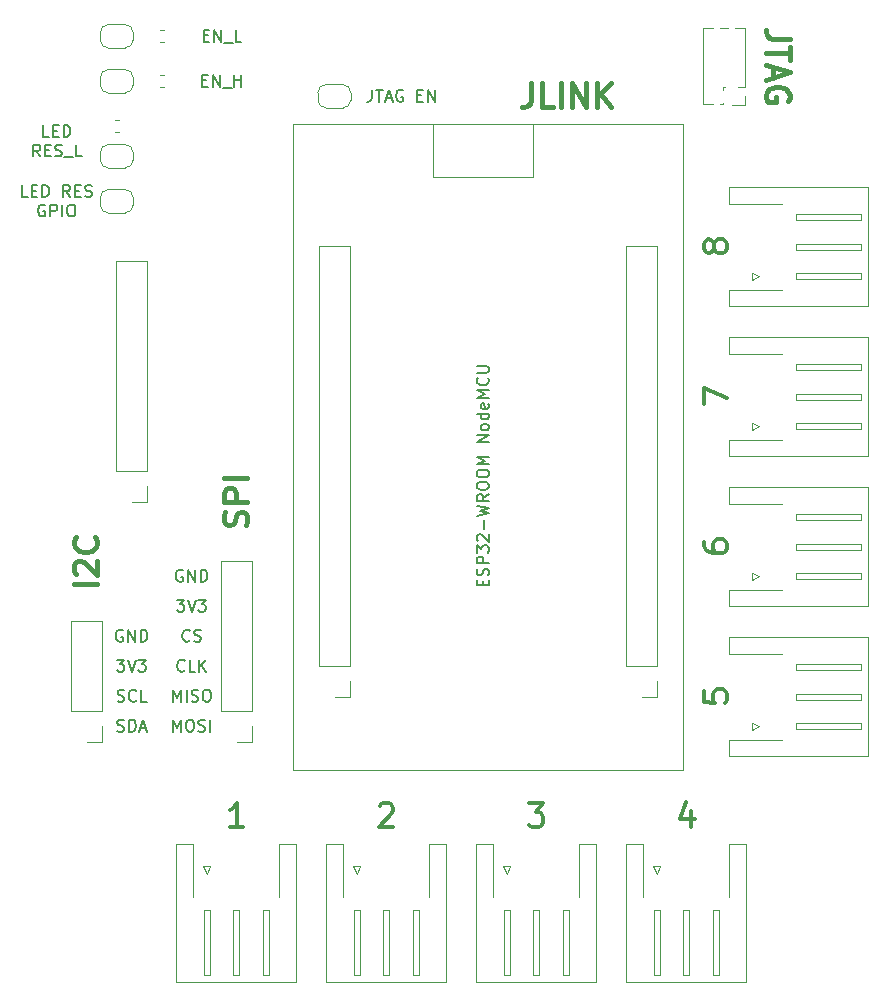
<source format=gbr>
%TF.GenerationSoftware,KiCad,Pcbnew,5.1.6*%
%TF.CreationDate,2020-08-26T17:45:01+02:00*%
%TF.ProjectId,PAF_controller,5041465f-636f-46e7-9472-6f6c6c65722e,rev?*%
%TF.SameCoordinates,Original*%
%TF.FileFunction,Legend,Top*%
%TF.FilePolarity,Positive*%
%FSLAX46Y46*%
G04 Gerber Fmt 4.6, Leading zero omitted, Abs format (unit mm)*
G04 Created by KiCad (PCBNEW 5.1.6) date 2020-08-26 17:45:01*
%MOMM*%
%LPD*%
G01*
G04 APERTURE LIST*
%ADD10C,0.400000*%
%ADD11C,0.150000*%
%ADD12C,0.300000*%
%ADD13C,0.120000*%
G04 APERTURE END LIST*
D10*
X136652380Y-59864761D02*
X136652380Y-61293333D01*
X136557142Y-61579047D01*
X136366666Y-61769523D01*
X136080952Y-61864761D01*
X135890476Y-61864761D01*
X138557142Y-61864761D02*
X137604761Y-61864761D01*
X137604761Y-59864761D01*
X139223809Y-61864761D02*
X139223809Y-59864761D01*
X140176190Y-61864761D02*
X140176190Y-59864761D01*
X141319047Y-61864761D01*
X141319047Y-59864761D01*
X142271428Y-61864761D02*
X142271428Y-59864761D01*
X143414285Y-61864761D02*
X142557142Y-60721904D01*
X143414285Y-59864761D02*
X142271428Y-61007619D01*
D11*
X123206190Y-60412380D02*
X123206190Y-61126666D01*
X123158571Y-61269523D01*
X123063333Y-61364761D01*
X122920476Y-61412380D01*
X122825238Y-61412380D01*
X123539523Y-60412380D02*
X124110952Y-60412380D01*
X123825238Y-61412380D02*
X123825238Y-60412380D01*
X124396666Y-61126666D02*
X124872857Y-61126666D01*
X124301428Y-61412380D02*
X124634761Y-60412380D01*
X124968095Y-61412380D01*
X125825238Y-60460000D02*
X125730000Y-60412380D01*
X125587142Y-60412380D01*
X125444285Y-60460000D01*
X125349047Y-60555238D01*
X125301428Y-60650476D01*
X125253809Y-60840952D01*
X125253809Y-60983809D01*
X125301428Y-61174285D01*
X125349047Y-61269523D01*
X125444285Y-61364761D01*
X125587142Y-61412380D01*
X125682380Y-61412380D01*
X125825238Y-61364761D01*
X125872857Y-61317142D01*
X125872857Y-60983809D01*
X125682380Y-60983809D01*
X127063333Y-60888571D02*
X127396666Y-60888571D01*
X127539523Y-61412380D02*
X127063333Y-61412380D01*
X127063333Y-60412380D01*
X127539523Y-60412380D01*
X127968095Y-61412380D02*
X127968095Y-60412380D01*
X128539523Y-61412380D01*
X128539523Y-60412380D01*
X107188095Y-101100000D02*
X107092857Y-101052380D01*
X106950000Y-101052380D01*
X106807142Y-101100000D01*
X106711904Y-101195238D01*
X106664285Y-101290476D01*
X106616666Y-101480952D01*
X106616666Y-101623809D01*
X106664285Y-101814285D01*
X106711904Y-101909523D01*
X106807142Y-102004761D01*
X106950000Y-102052380D01*
X107045238Y-102052380D01*
X107188095Y-102004761D01*
X107235714Y-101957142D01*
X107235714Y-101623809D01*
X107045238Y-101623809D01*
X107664285Y-102052380D02*
X107664285Y-101052380D01*
X108235714Y-102052380D01*
X108235714Y-101052380D01*
X108711904Y-102052380D02*
X108711904Y-101052380D01*
X108950000Y-101052380D01*
X109092857Y-101100000D01*
X109188095Y-101195238D01*
X109235714Y-101290476D01*
X109283333Y-101480952D01*
X109283333Y-101623809D01*
X109235714Y-101814285D01*
X109188095Y-101909523D01*
X109092857Y-102004761D01*
X108950000Y-102052380D01*
X108711904Y-102052380D01*
X106711904Y-103592380D02*
X107330952Y-103592380D01*
X106997619Y-103973333D01*
X107140476Y-103973333D01*
X107235714Y-104020952D01*
X107283333Y-104068571D01*
X107330952Y-104163809D01*
X107330952Y-104401904D01*
X107283333Y-104497142D01*
X107235714Y-104544761D01*
X107140476Y-104592380D01*
X106854761Y-104592380D01*
X106759523Y-104544761D01*
X106711904Y-104497142D01*
X107616666Y-103592380D02*
X107950000Y-104592380D01*
X108283333Y-103592380D01*
X108521428Y-103592380D02*
X109140476Y-103592380D01*
X108807142Y-103973333D01*
X108950000Y-103973333D01*
X109045238Y-104020952D01*
X109092857Y-104068571D01*
X109140476Y-104163809D01*
X109140476Y-104401904D01*
X109092857Y-104497142D01*
X109045238Y-104544761D01*
X108950000Y-104592380D01*
X108664285Y-104592380D01*
X108569047Y-104544761D01*
X108521428Y-104497142D01*
X107783333Y-107037142D02*
X107735714Y-107084761D01*
X107592857Y-107132380D01*
X107497619Y-107132380D01*
X107354761Y-107084761D01*
X107259523Y-106989523D01*
X107211904Y-106894285D01*
X107164285Y-106703809D01*
X107164285Y-106560952D01*
X107211904Y-106370476D01*
X107259523Y-106275238D01*
X107354761Y-106180000D01*
X107497619Y-106132380D01*
X107592857Y-106132380D01*
X107735714Y-106180000D01*
X107783333Y-106227619D01*
X108164285Y-107084761D02*
X108307142Y-107132380D01*
X108545238Y-107132380D01*
X108640476Y-107084761D01*
X108688095Y-107037142D01*
X108735714Y-106941904D01*
X108735714Y-106846666D01*
X108688095Y-106751428D01*
X108640476Y-106703809D01*
X108545238Y-106656190D01*
X108354761Y-106608571D01*
X108259523Y-106560952D01*
X108211904Y-106513333D01*
X108164285Y-106418095D01*
X108164285Y-106322857D01*
X108211904Y-106227619D01*
X108259523Y-106180000D01*
X108354761Y-106132380D01*
X108592857Y-106132380D01*
X108735714Y-106180000D01*
X107354761Y-109577142D02*
X107307142Y-109624761D01*
X107164285Y-109672380D01*
X107069047Y-109672380D01*
X106926190Y-109624761D01*
X106830952Y-109529523D01*
X106783333Y-109434285D01*
X106735714Y-109243809D01*
X106735714Y-109100952D01*
X106783333Y-108910476D01*
X106830952Y-108815238D01*
X106926190Y-108720000D01*
X107069047Y-108672380D01*
X107164285Y-108672380D01*
X107307142Y-108720000D01*
X107354761Y-108767619D01*
X108259523Y-109672380D02*
X107783333Y-109672380D01*
X107783333Y-108672380D01*
X108592857Y-109672380D02*
X108592857Y-108672380D01*
X109164285Y-109672380D02*
X108735714Y-109100952D01*
X109164285Y-108672380D02*
X108592857Y-109243809D01*
X106378571Y-112212380D02*
X106378571Y-111212380D01*
X106711904Y-111926666D01*
X107045238Y-111212380D01*
X107045238Y-112212380D01*
X107521428Y-112212380D02*
X107521428Y-111212380D01*
X107950000Y-112164761D02*
X108092857Y-112212380D01*
X108330952Y-112212380D01*
X108426190Y-112164761D01*
X108473809Y-112117142D01*
X108521428Y-112021904D01*
X108521428Y-111926666D01*
X108473809Y-111831428D01*
X108426190Y-111783809D01*
X108330952Y-111736190D01*
X108140476Y-111688571D01*
X108045238Y-111640952D01*
X107997619Y-111593333D01*
X107950000Y-111498095D01*
X107950000Y-111402857D01*
X107997619Y-111307619D01*
X108045238Y-111260000D01*
X108140476Y-111212380D01*
X108378571Y-111212380D01*
X108521428Y-111260000D01*
X109140476Y-111212380D02*
X109330952Y-111212380D01*
X109426190Y-111260000D01*
X109521428Y-111355238D01*
X109569047Y-111545714D01*
X109569047Y-111879047D01*
X109521428Y-112069523D01*
X109426190Y-112164761D01*
X109330952Y-112212380D01*
X109140476Y-112212380D01*
X109045238Y-112164761D01*
X108950000Y-112069523D01*
X108902380Y-111879047D01*
X108902380Y-111545714D01*
X108950000Y-111355238D01*
X109045238Y-111260000D01*
X109140476Y-111212380D01*
X106378571Y-114752380D02*
X106378571Y-113752380D01*
X106711904Y-114466666D01*
X107045238Y-113752380D01*
X107045238Y-114752380D01*
X107711904Y-113752380D02*
X107902380Y-113752380D01*
X107997619Y-113800000D01*
X108092857Y-113895238D01*
X108140476Y-114085714D01*
X108140476Y-114419047D01*
X108092857Y-114609523D01*
X107997619Y-114704761D01*
X107902380Y-114752380D01*
X107711904Y-114752380D01*
X107616666Y-114704761D01*
X107521428Y-114609523D01*
X107473809Y-114419047D01*
X107473809Y-114085714D01*
X107521428Y-113895238D01*
X107616666Y-113800000D01*
X107711904Y-113752380D01*
X108521428Y-114704761D02*
X108664285Y-114752380D01*
X108902380Y-114752380D01*
X108997619Y-114704761D01*
X109045238Y-114657142D01*
X109092857Y-114561904D01*
X109092857Y-114466666D01*
X109045238Y-114371428D01*
X108997619Y-114323809D01*
X108902380Y-114276190D01*
X108711904Y-114228571D01*
X108616666Y-114180952D01*
X108569047Y-114133333D01*
X108521428Y-114038095D01*
X108521428Y-113942857D01*
X108569047Y-113847619D01*
X108616666Y-113800000D01*
X108711904Y-113752380D01*
X108950000Y-113752380D01*
X109092857Y-113800000D01*
X109521428Y-114752380D02*
X109521428Y-113752380D01*
X102108095Y-106180000D02*
X102012857Y-106132380D01*
X101870000Y-106132380D01*
X101727142Y-106180000D01*
X101631904Y-106275238D01*
X101584285Y-106370476D01*
X101536666Y-106560952D01*
X101536666Y-106703809D01*
X101584285Y-106894285D01*
X101631904Y-106989523D01*
X101727142Y-107084761D01*
X101870000Y-107132380D01*
X101965238Y-107132380D01*
X102108095Y-107084761D01*
X102155714Y-107037142D01*
X102155714Y-106703809D01*
X101965238Y-106703809D01*
X102584285Y-107132380D02*
X102584285Y-106132380D01*
X103155714Y-107132380D01*
X103155714Y-106132380D01*
X103631904Y-107132380D02*
X103631904Y-106132380D01*
X103870000Y-106132380D01*
X104012857Y-106180000D01*
X104108095Y-106275238D01*
X104155714Y-106370476D01*
X104203333Y-106560952D01*
X104203333Y-106703809D01*
X104155714Y-106894285D01*
X104108095Y-106989523D01*
X104012857Y-107084761D01*
X103870000Y-107132380D01*
X103631904Y-107132380D01*
X101631904Y-108672380D02*
X102250952Y-108672380D01*
X101917619Y-109053333D01*
X102060476Y-109053333D01*
X102155714Y-109100952D01*
X102203333Y-109148571D01*
X102250952Y-109243809D01*
X102250952Y-109481904D01*
X102203333Y-109577142D01*
X102155714Y-109624761D01*
X102060476Y-109672380D01*
X101774761Y-109672380D01*
X101679523Y-109624761D01*
X101631904Y-109577142D01*
X102536666Y-108672380D02*
X102870000Y-109672380D01*
X103203333Y-108672380D01*
X103441428Y-108672380D02*
X104060476Y-108672380D01*
X103727142Y-109053333D01*
X103870000Y-109053333D01*
X103965238Y-109100952D01*
X104012857Y-109148571D01*
X104060476Y-109243809D01*
X104060476Y-109481904D01*
X104012857Y-109577142D01*
X103965238Y-109624761D01*
X103870000Y-109672380D01*
X103584285Y-109672380D01*
X103489047Y-109624761D01*
X103441428Y-109577142D01*
X101679523Y-112164761D02*
X101822380Y-112212380D01*
X102060476Y-112212380D01*
X102155714Y-112164761D01*
X102203333Y-112117142D01*
X102250952Y-112021904D01*
X102250952Y-111926666D01*
X102203333Y-111831428D01*
X102155714Y-111783809D01*
X102060476Y-111736190D01*
X101870000Y-111688571D01*
X101774761Y-111640952D01*
X101727142Y-111593333D01*
X101679523Y-111498095D01*
X101679523Y-111402857D01*
X101727142Y-111307619D01*
X101774761Y-111260000D01*
X101870000Y-111212380D01*
X102108095Y-111212380D01*
X102250952Y-111260000D01*
X103250952Y-112117142D02*
X103203333Y-112164761D01*
X103060476Y-112212380D01*
X102965238Y-112212380D01*
X102822380Y-112164761D01*
X102727142Y-112069523D01*
X102679523Y-111974285D01*
X102631904Y-111783809D01*
X102631904Y-111640952D01*
X102679523Y-111450476D01*
X102727142Y-111355238D01*
X102822380Y-111260000D01*
X102965238Y-111212380D01*
X103060476Y-111212380D01*
X103203333Y-111260000D01*
X103250952Y-111307619D01*
X104155714Y-112212380D02*
X103679523Y-112212380D01*
X103679523Y-111212380D01*
X101655714Y-114704761D02*
X101798571Y-114752380D01*
X102036666Y-114752380D01*
X102131904Y-114704761D01*
X102179523Y-114657142D01*
X102227142Y-114561904D01*
X102227142Y-114466666D01*
X102179523Y-114371428D01*
X102131904Y-114323809D01*
X102036666Y-114276190D01*
X101846190Y-114228571D01*
X101750952Y-114180952D01*
X101703333Y-114133333D01*
X101655714Y-114038095D01*
X101655714Y-113942857D01*
X101703333Y-113847619D01*
X101750952Y-113800000D01*
X101846190Y-113752380D01*
X102084285Y-113752380D01*
X102227142Y-113800000D01*
X102655714Y-114752380D02*
X102655714Y-113752380D01*
X102893809Y-113752380D01*
X103036666Y-113800000D01*
X103131904Y-113895238D01*
X103179523Y-113990476D01*
X103227142Y-114180952D01*
X103227142Y-114323809D01*
X103179523Y-114514285D01*
X103131904Y-114609523D01*
X103036666Y-114704761D01*
X102893809Y-114752380D01*
X102655714Y-114752380D01*
X103608095Y-114466666D02*
X104084285Y-114466666D01*
X103512857Y-114752380D02*
X103846190Y-113752380D01*
X104179523Y-114752380D01*
D10*
X99964761Y-102282380D02*
X97964761Y-102282380D01*
X98155238Y-101425238D02*
X98060000Y-101330000D01*
X97964761Y-101139523D01*
X97964761Y-100663333D01*
X98060000Y-100472857D01*
X98155238Y-100377619D01*
X98345714Y-100282380D01*
X98536190Y-100282380D01*
X98821904Y-100377619D01*
X99964761Y-101520476D01*
X99964761Y-100282380D01*
X99774285Y-98282380D02*
X99869523Y-98377619D01*
X99964761Y-98663333D01*
X99964761Y-98853809D01*
X99869523Y-99139523D01*
X99679047Y-99330000D01*
X99488571Y-99425238D01*
X99107619Y-99520476D01*
X98821904Y-99520476D01*
X98440952Y-99425238D01*
X98250476Y-99330000D01*
X98060000Y-99139523D01*
X97964761Y-98853809D01*
X97964761Y-98663333D01*
X98060000Y-98377619D01*
X98155238Y-98282380D01*
X112569523Y-97297619D02*
X112664761Y-97011904D01*
X112664761Y-96535714D01*
X112569523Y-96345238D01*
X112474285Y-96250000D01*
X112283809Y-96154761D01*
X112093333Y-96154761D01*
X111902857Y-96250000D01*
X111807619Y-96345238D01*
X111712380Y-96535714D01*
X111617142Y-96916666D01*
X111521904Y-97107142D01*
X111426666Y-97202380D01*
X111236190Y-97297619D01*
X111045714Y-97297619D01*
X110855238Y-97202380D01*
X110760000Y-97107142D01*
X110664761Y-96916666D01*
X110664761Y-96440476D01*
X110760000Y-96154761D01*
X112664761Y-95297619D02*
X110664761Y-95297619D01*
X110664761Y-94535714D01*
X110760000Y-94345238D01*
X110855238Y-94250000D01*
X111045714Y-94154761D01*
X111331428Y-94154761D01*
X111521904Y-94250000D01*
X111617142Y-94345238D01*
X111712380Y-94535714D01*
X111712380Y-95297619D01*
X112664761Y-93297619D02*
X110664761Y-93297619D01*
D12*
X152161904Y-73850476D02*
X152066666Y-74040952D01*
X151971428Y-74136190D01*
X151780952Y-74231428D01*
X151685714Y-74231428D01*
X151495238Y-74136190D01*
X151400000Y-74040952D01*
X151304761Y-73850476D01*
X151304761Y-73469523D01*
X151400000Y-73279047D01*
X151495238Y-73183809D01*
X151685714Y-73088571D01*
X151780952Y-73088571D01*
X151971428Y-73183809D01*
X152066666Y-73279047D01*
X152161904Y-73469523D01*
X152161904Y-73850476D01*
X152257142Y-74040952D01*
X152352380Y-74136190D01*
X152542857Y-74231428D01*
X152923809Y-74231428D01*
X153114285Y-74136190D01*
X153209523Y-74040952D01*
X153304761Y-73850476D01*
X153304761Y-73469523D01*
X153209523Y-73279047D01*
X153114285Y-73183809D01*
X152923809Y-73088571D01*
X152542857Y-73088571D01*
X152352380Y-73183809D01*
X152257142Y-73279047D01*
X152161904Y-73469523D01*
X151304761Y-87026666D02*
X151304761Y-85693333D01*
X153304761Y-86550476D01*
X151304761Y-98679047D02*
X151304761Y-99060000D01*
X151400000Y-99250476D01*
X151495238Y-99345714D01*
X151780952Y-99536190D01*
X152161904Y-99631428D01*
X152923809Y-99631428D01*
X153114285Y-99536190D01*
X153209523Y-99440952D01*
X153304761Y-99250476D01*
X153304761Y-98869523D01*
X153209523Y-98679047D01*
X153114285Y-98583809D01*
X152923809Y-98488571D01*
X152447619Y-98488571D01*
X152257142Y-98583809D01*
X152161904Y-98679047D01*
X152066666Y-98869523D01*
X152066666Y-99250476D01*
X152161904Y-99440952D01*
X152257142Y-99536190D01*
X152447619Y-99631428D01*
X151304761Y-111283809D02*
X151304761Y-112236190D01*
X152257142Y-112331428D01*
X152161904Y-112236190D01*
X152066666Y-112045714D01*
X152066666Y-111569523D01*
X152161904Y-111379047D01*
X152257142Y-111283809D01*
X152447619Y-111188571D01*
X152923809Y-111188571D01*
X153114285Y-111283809D01*
X153209523Y-111379047D01*
X153304761Y-111569523D01*
X153304761Y-112045714D01*
X153209523Y-112236190D01*
X153114285Y-112331428D01*
X150240952Y-121491428D02*
X150240952Y-122824761D01*
X149764761Y-120729523D02*
X149288571Y-122158095D01*
X150526666Y-122158095D01*
X136493333Y-120824761D02*
X137731428Y-120824761D01*
X137064761Y-121586666D01*
X137350476Y-121586666D01*
X137540952Y-121681904D01*
X137636190Y-121777142D01*
X137731428Y-121967619D01*
X137731428Y-122443809D01*
X137636190Y-122634285D01*
X137540952Y-122729523D01*
X137350476Y-122824761D01*
X136779047Y-122824761D01*
X136588571Y-122729523D01*
X136493333Y-122634285D01*
X123888571Y-121015238D02*
X123983809Y-120920000D01*
X124174285Y-120824761D01*
X124650476Y-120824761D01*
X124840952Y-120920000D01*
X124936190Y-121015238D01*
X125031428Y-121205714D01*
X125031428Y-121396190D01*
X124936190Y-121681904D01*
X123793333Y-122824761D01*
X125031428Y-122824761D01*
X112331428Y-122824761D02*
X111188571Y-122824761D01*
X111760000Y-122824761D02*
X111760000Y-120824761D01*
X111569523Y-121110476D01*
X111379047Y-121300952D01*
X111188571Y-121396190D01*
D11*
X94067619Y-69477380D02*
X93591428Y-69477380D01*
X93591428Y-68477380D01*
X94400952Y-68953571D02*
X94734285Y-68953571D01*
X94877142Y-69477380D02*
X94400952Y-69477380D01*
X94400952Y-68477380D01*
X94877142Y-68477380D01*
X95305714Y-69477380D02*
X95305714Y-68477380D01*
X95543809Y-68477380D01*
X95686666Y-68525000D01*
X95781904Y-68620238D01*
X95829523Y-68715476D01*
X95877142Y-68905952D01*
X95877142Y-69048809D01*
X95829523Y-69239285D01*
X95781904Y-69334523D01*
X95686666Y-69429761D01*
X95543809Y-69477380D01*
X95305714Y-69477380D01*
X97639047Y-69477380D02*
X97305714Y-69001190D01*
X97067619Y-69477380D02*
X97067619Y-68477380D01*
X97448571Y-68477380D01*
X97543809Y-68525000D01*
X97591428Y-68572619D01*
X97639047Y-68667857D01*
X97639047Y-68810714D01*
X97591428Y-68905952D01*
X97543809Y-68953571D01*
X97448571Y-69001190D01*
X97067619Y-69001190D01*
X98067619Y-68953571D02*
X98400952Y-68953571D01*
X98543809Y-69477380D02*
X98067619Y-69477380D01*
X98067619Y-68477380D01*
X98543809Y-68477380D01*
X98924761Y-69429761D02*
X99067619Y-69477380D01*
X99305714Y-69477380D01*
X99400952Y-69429761D01*
X99448571Y-69382142D01*
X99496190Y-69286904D01*
X99496190Y-69191666D01*
X99448571Y-69096428D01*
X99400952Y-69048809D01*
X99305714Y-69001190D01*
X99115238Y-68953571D01*
X99020000Y-68905952D01*
X98972380Y-68858333D01*
X98924761Y-68763095D01*
X98924761Y-68667857D01*
X98972380Y-68572619D01*
X99020000Y-68525000D01*
X99115238Y-68477380D01*
X99353333Y-68477380D01*
X99496190Y-68525000D01*
X95520000Y-70175000D02*
X95424761Y-70127380D01*
X95281904Y-70127380D01*
X95139047Y-70175000D01*
X95043809Y-70270238D01*
X94996190Y-70365476D01*
X94948571Y-70555952D01*
X94948571Y-70698809D01*
X94996190Y-70889285D01*
X95043809Y-70984523D01*
X95139047Y-71079761D01*
X95281904Y-71127380D01*
X95377142Y-71127380D01*
X95520000Y-71079761D01*
X95567619Y-71032142D01*
X95567619Y-70698809D01*
X95377142Y-70698809D01*
X95996190Y-71127380D02*
X95996190Y-70127380D01*
X96377142Y-70127380D01*
X96472380Y-70175000D01*
X96520000Y-70222619D01*
X96567619Y-70317857D01*
X96567619Y-70460714D01*
X96520000Y-70555952D01*
X96472380Y-70603571D01*
X96377142Y-70651190D01*
X95996190Y-70651190D01*
X96996190Y-71127380D02*
X96996190Y-70127380D01*
X97662857Y-70127380D02*
X97853333Y-70127380D01*
X97948571Y-70175000D01*
X98043809Y-70270238D01*
X98091428Y-70460714D01*
X98091428Y-70794047D01*
X98043809Y-70984523D01*
X97948571Y-71079761D01*
X97853333Y-71127380D01*
X97662857Y-71127380D01*
X97567619Y-71079761D01*
X97472380Y-70984523D01*
X97424761Y-70794047D01*
X97424761Y-70460714D01*
X97472380Y-70270238D01*
X97567619Y-70175000D01*
X97662857Y-70127380D01*
X95877142Y-64397380D02*
X95400952Y-64397380D01*
X95400952Y-63397380D01*
X96210476Y-63873571D02*
X96543809Y-63873571D01*
X96686666Y-64397380D02*
X96210476Y-64397380D01*
X96210476Y-63397380D01*
X96686666Y-63397380D01*
X97115238Y-64397380D02*
X97115238Y-63397380D01*
X97353333Y-63397380D01*
X97496190Y-63445000D01*
X97591428Y-63540238D01*
X97639047Y-63635476D01*
X97686666Y-63825952D01*
X97686666Y-63968809D01*
X97639047Y-64159285D01*
X97591428Y-64254523D01*
X97496190Y-64349761D01*
X97353333Y-64397380D01*
X97115238Y-64397380D01*
X95115238Y-66047380D02*
X94781904Y-65571190D01*
X94543809Y-66047380D02*
X94543809Y-65047380D01*
X94924761Y-65047380D01*
X95020000Y-65095000D01*
X95067619Y-65142619D01*
X95115238Y-65237857D01*
X95115238Y-65380714D01*
X95067619Y-65475952D01*
X95020000Y-65523571D01*
X94924761Y-65571190D01*
X94543809Y-65571190D01*
X95543809Y-65523571D02*
X95877142Y-65523571D01*
X96020000Y-66047380D02*
X95543809Y-66047380D01*
X95543809Y-65047380D01*
X96020000Y-65047380D01*
X96400952Y-65999761D02*
X96543809Y-66047380D01*
X96781904Y-66047380D01*
X96877142Y-65999761D01*
X96924761Y-65952142D01*
X96972380Y-65856904D01*
X96972380Y-65761666D01*
X96924761Y-65666428D01*
X96877142Y-65618809D01*
X96781904Y-65571190D01*
X96591428Y-65523571D01*
X96496190Y-65475952D01*
X96448571Y-65428333D01*
X96400952Y-65333095D01*
X96400952Y-65237857D01*
X96448571Y-65142619D01*
X96496190Y-65095000D01*
X96591428Y-65047380D01*
X96829523Y-65047380D01*
X96972380Y-65095000D01*
X97162857Y-66142619D02*
X97924761Y-66142619D01*
X98639047Y-66047380D02*
X98162857Y-66047380D01*
X98162857Y-65047380D01*
X108966190Y-55808571D02*
X109299523Y-55808571D01*
X109442380Y-56332380D02*
X108966190Y-56332380D01*
X108966190Y-55332380D01*
X109442380Y-55332380D01*
X109870952Y-56332380D02*
X109870952Y-55332380D01*
X110442380Y-56332380D01*
X110442380Y-55332380D01*
X110680476Y-56427619D02*
X111442380Y-56427619D01*
X112156666Y-56332380D02*
X111680476Y-56332380D01*
X111680476Y-55332380D01*
X108847142Y-59618571D02*
X109180476Y-59618571D01*
X109323333Y-60142380D02*
X108847142Y-60142380D01*
X108847142Y-59142380D01*
X109323333Y-59142380D01*
X109751904Y-60142380D02*
X109751904Y-59142380D01*
X110323333Y-60142380D01*
X110323333Y-59142380D01*
X110561428Y-60237619D02*
X111323333Y-60237619D01*
X111561428Y-60142380D02*
X111561428Y-59142380D01*
X111561428Y-59618571D02*
X112132857Y-59618571D01*
X112132857Y-60142380D02*
X112132857Y-59142380D01*
D10*
X158575238Y-56086666D02*
X157146666Y-56086666D01*
X156860952Y-55991428D01*
X156670476Y-55800952D01*
X156575238Y-55515238D01*
X156575238Y-55324761D01*
X158575238Y-56753333D02*
X158575238Y-57896190D01*
X156575238Y-57324761D02*
X158575238Y-57324761D01*
X157146666Y-58467619D02*
X157146666Y-59420000D01*
X156575238Y-58277142D02*
X158575238Y-58943809D01*
X156575238Y-59610476D01*
X158480000Y-61324761D02*
X158575238Y-61134285D01*
X158575238Y-60848571D01*
X158480000Y-60562857D01*
X158289523Y-60372380D01*
X158099047Y-60277142D01*
X157718095Y-60181904D01*
X157432380Y-60181904D01*
X157051428Y-60277142D01*
X156860952Y-60372380D01*
X156670476Y-60562857D01*
X156575238Y-60848571D01*
X156575238Y-61039047D01*
X156670476Y-61324761D01*
X156765714Y-61420000D01*
X157432380Y-61420000D01*
X157432380Y-61039047D01*
D13*
%TO.C,R3*%
X105247221Y-56390000D02*
X105572779Y-56390000D01*
X105247221Y-55370000D02*
X105572779Y-55370000D01*
%TO.C,R2*%
X105247221Y-60200000D02*
X105572779Y-60200000D01*
X105247221Y-59180000D02*
X105572779Y-59180000D01*
%TO.C,E1*%
X147380000Y-73600000D02*
X144720000Y-73600000D01*
X147380000Y-109220000D02*
X147380000Y-73600000D01*
X144720000Y-109220000D02*
X144720000Y-73600000D01*
X147380000Y-109220000D02*
X144720000Y-109220000D01*
X147380000Y-110490000D02*
X147380000Y-111820000D01*
X147380000Y-111820000D02*
X146050000Y-111820000D01*
X121380000Y-111820000D02*
X120050000Y-111820000D01*
X121380000Y-110490000D02*
X121380000Y-111820000D01*
X121380000Y-73600000D02*
X118720000Y-73600000D01*
X118720000Y-109220000D02*
X118720000Y-73600000D01*
X121380000Y-109220000D02*
X118720000Y-109220000D01*
X121380000Y-109220000D02*
X121380000Y-73600000D01*
X149550000Y-117990000D02*
X116550000Y-117990000D01*
X116550000Y-117990000D02*
X116550000Y-63290000D01*
X116550000Y-63290000D02*
X149550000Y-63290000D01*
X149550000Y-117990000D02*
X149550000Y-63290000D01*
X136850000Y-63290000D02*
X136850000Y-67790000D01*
X136850000Y-67790000D02*
X128350000Y-67790000D01*
X128350000Y-67790000D02*
X128350000Y-63290000D01*
%TO.C,J13*%
X165190000Y-86400000D02*
X165190000Y-91460000D01*
X165190000Y-91460000D02*
X153470000Y-91460000D01*
X153470000Y-91460000D02*
X153470000Y-90040000D01*
X153470000Y-90040000D02*
X157970000Y-90040000D01*
X165190000Y-86400000D02*
X165190000Y-81340000D01*
X165190000Y-81340000D02*
X153470000Y-81340000D01*
X153470000Y-81340000D02*
X153470000Y-82760000D01*
X153470000Y-82760000D02*
X157970000Y-82760000D01*
X159080000Y-89150000D02*
X164580000Y-89150000D01*
X164580000Y-89150000D02*
X164580000Y-88650000D01*
X164580000Y-88650000D02*
X159080000Y-88650000D01*
X159080000Y-88650000D02*
X159080000Y-89150000D01*
X159080000Y-86650000D02*
X164580000Y-86650000D01*
X164580000Y-86650000D02*
X164580000Y-86150000D01*
X164580000Y-86150000D02*
X159080000Y-86150000D01*
X159080000Y-86150000D02*
X159080000Y-86650000D01*
X159080000Y-84150000D02*
X164580000Y-84150000D01*
X164580000Y-84150000D02*
X164580000Y-83650000D01*
X164580000Y-83650000D02*
X159080000Y-83650000D01*
X159080000Y-83650000D02*
X159080000Y-84150000D01*
X155980000Y-88900000D02*
X155380000Y-89200000D01*
X155380000Y-89200000D02*
X155380000Y-88600000D01*
X155380000Y-88600000D02*
X155980000Y-88900000D01*
%TO.C,J12*%
X137120000Y-135980000D02*
X132060000Y-135980000D01*
X132060000Y-135980000D02*
X132060000Y-124260000D01*
X132060000Y-124260000D02*
X133480000Y-124260000D01*
X133480000Y-124260000D02*
X133480000Y-128760000D01*
X137120000Y-135980000D02*
X142180000Y-135980000D01*
X142180000Y-135980000D02*
X142180000Y-124260000D01*
X142180000Y-124260000D02*
X140760000Y-124260000D01*
X140760000Y-124260000D02*
X140760000Y-128760000D01*
X134370000Y-129870000D02*
X134370000Y-135370000D01*
X134370000Y-135370000D02*
X134870000Y-135370000D01*
X134870000Y-135370000D02*
X134870000Y-129870000D01*
X134870000Y-129870000D02*
X134370000Y-129870000D01*
X136870000Y-129870000D02*
X136870000Y-135370000D01*
X136870000Y-135370000D02*
X137370000Y-135370000D01*
X137370000Y-135370000D02*
X137370000Y-129870000D01*
X137370000Y-129870000D02*
X136870000Y-129870000D01*
X139370000Y-129870000D02*
X139370000Y-135370000D01*
X139370000Y-135370000D02*
X139870000Y-135370000D01*
X139870000Y-135370000D02*
X139870000Y-129870000D01*
X139870000Y-129870000D02*
X139370000Y-129870000D01*
X134620000Y-126770000D02*
X134320000Y-126170000D01*
X134320000Y-126170000D02*
X134920000Y-126170000D01*
X134920000Y-126170000D02*
X134620000Y-126770000D01*
%TO.C,J11*%
X165190000Y-73700000D02*
X165190000Y-78760000D01*
X165190000Y-78760000D02*
X153470000Y-78760000D01*
X153470000Y-78760000D02*
X153470000Y-77340000D01*
X153470000Y-77340000D02*
X157970000Y-77340000D01*
X165190000Y-73700000D02*
X165190000Y-68640000D01*
X165190000Y-68640000D02*
X153470000Y-68640000D01*
X153470000Y-68640000D02*
X153470000Y-70060000D01*
X153470000Y-70060000D02*
X157970000Y-70060000D01*
X159080000Y-76450000D02*
X164580000Y-76450000D01*
X164580000Y-76450000D02*
X164580000Y-75950000D01*
X164580000Y-75950000D02*
X159080000Y-75950000D01*
X159080000Y-75950000D02*
X159080000Y-76450000D01*
X159080000Y-73950000D02*
X164580000Y-73950000D01*
X164580000Y-73950000D02*
X164580000Y-73450000D01*
X164580000Y-73450000D02*
X159080000Y-73450000D01*
X159080000Y-73450000D02*
X159080000Y-73950000D01*
X159080000Y-71450000D02*
X164580000Y-71450000D01*
X164580000Y-71450000D02*
X164580000Y-70950000D01*
X164580000Y-70950000D02*
X159080000Y-70950000D01*
X159080000Y-70950000D02*
X159080000Y-71450000D01*
X155980000Y-76200000D02*
X155380000Y-76500000D01*
X155380000Y-76500000D02*
X155380000Y-75900000D01*
X155380000Y-75900000D02*
X155980000Y-76200000D01*
%TO.C,J10*%
X111720000Y-135980000D02*
X106660000Y-135980000D01*
X106660000Y-135980000D02*
X106660000Y-124260000D01*
X106660000Y-124260000D02*
X108080000Y-124260000D01*
X108080000Y-124260000D02*
X108080000Y-128760000D01*
X111720000Y-135980000D02*
X116780000Y-135980000D01*
X116780000Y-135980000D02*
X116780000Y-124260000D01*
X116780000Y-124260000D02*
X115360000Y-124260000D01*
X115360000Y-124260000D02*
X115360000Y-128760000D01*
X108970000Y-129870000D02*
X108970000Y-135370000D01*
X108970000Y-135370000D02*
X109470000Y-135370000D01*
X109470000Y-135370000D02*
X109470000Y-129870000D01*
X109470000Y-129870000D02*
X108970000Y-129870000D01*
X111470000Y-129870000D02*
X111470000Y-135370000D01*
X111470000Y-135370000D02*
X111970000Y-135370000D01*
X111970000Y-135370000D02*
X111970000Y-129870000D01*
X111970000Y-129870000D02*
X111470000Y-129870000D01*
X113970000Y-129870000D02*
X113970000Y-135370000D01*
X113970000Y-135370000D02*
X114470000Y-135370000D01*
X114470000Y-135370000D02*
X114470000Y-129870000D01*
X114470000Y-129870000D02*
X113970000Y-129870000D01*
X109220000Y-126770000D02*
X108920000Y-126170000D01*
X108920000Y-126170000D02*
X109520000Y-126170000D01*
X109520000Y-126170000D02*
X109220000Y-126770000D01*
%TO.C,J9*%
X124420000Y-135980000D02*
X119360000Y-135980000D01*
X119360000Y-135980000D02*
X119360000Y-124260000D01*
X119360000Y-124260000D02*
X120780000Y-124260000D01*
X120780000Y-124260000D02*
X120780000Y-128760000D01*
X124420000Y-135980000D02*
X129480000Y-135980000D01*
X129480000Y-135980000D02*
X129480000Y-124260000D01*
X129480000Y-124260000D02*
X128060000Y-124260000D01*
X128060000Y-124260000D02*
X128060000Y-128760000D01*
X121670000Y-129870000D02*
X121670000Y-135370000D01*
X121670000Y-135370000D02*
X122170000Y-135370000D01*
X122170000Y-135370000D02*
X122170000Y-129870000D01*
X122170000Y-129870000D02*
X121670000Y-129870000D01*
X124170000Y-129870000D02*
X124170000Y-135370000D01*
X124170000Y-135370000D02*
X124670000Y-135370000D01*
X124670000Y-135370000D02*
X124670000Y-129870000D01*
X124670000Y-129870000D02*
X124170000Y-129870000D01*
X126670000Y-129870000D02*
X126670000Y-135370000D01*
X126670000Y-135370000D02*
X127170000Y-135370000D01*
X127170000Y-135370000D02*
X127170000Y-129870000D01*
X127170000Y-129870000D02*
X126670000Y-129870000D01*
X121920000Y-126770000D02*
X121620000Y-126170000D01*
X121620000Y-126170000D02*
X122220000Y-126170000D01*
X122220000Y-126170000D02*
X121920000Y-126770000D01*
%TO.C,J8*%
X149820000Y-135980000D02*
X144760000Y-135980000D01*
X144760000Y-135980000D02*
X144760000Y-124260000D01*
X144760000Y-124260000D02*
X146180000Y-124260000D01*
X146180000Y-124260000D02*
X146180000Y-128760000D01*
X149820000Y-135980000D02*
X154880000Y-135980000D01*
X154880000Y-135980000D02*
X154880000Y-124260000D01*
X154880000Y-124260000D02*
X153460000Y-124260000D01*
X153460000Y-124260000D02*
X153460000Y-128760000D01*
X147070000Y-129870000D02*
X147070000Y-135370000D01*
X147070000Y-135370000D02*
X147570000Y-135370000D01*
X147570000Y-135370000D02*
X147570000Y-129870000D01*
X147570000Y-129870000D02*
X147070000Y-129870000D01*
X149570000Y-129870000D02*
X149570000Y-135370000D01*
X149570000Y-135370000D02*
X150070000Y-135370000D01*
X150070000Y-135370000D02*
X150070000Y-129870000D01*
X150070000Y-129870000D02*
X149570000Y-129870000D01*
X152070000Y-129870000D02*
X152070000Y-135370000D01*
X152070000Y-135370000D02*
X152570000Y-135370000D01*
X152570000Y-135370000D02*
X152570000Y-129870000D01*
X152570000Y-129870000D02*
X152070000Y-129870000D01*
X147320000Y-126770000D02*
X147020000Y-126170000D01*
X147020000Y-126170000D02*
X147620000Y-126170000D01*
X147620000Y-126170000D02*
X147320000Y-126770000D01*
%TO.C,J7*%
X165190000Y-99100000D02*
X165190000Y-104160000D01*
X165190000Y-104160000D02*
X153470000Y-104160000D01*
X153470000Y-104160000D02*
X153470000Y-102740000D01*
X153470000Y-102740000D02*
X157970000Y-102740000D01*
X165190000Y-99100000D02*
X165190000Y-94040000D01*
X165190000Y-94040000D02*
X153470000Y-94040000D01*
X153470000Y-94040000D02*
X153470000Y-95460000D01*
X153470000Y-95460000D02*
X157970000Y-95460000D01*
X159080000Y-101850000D02*
X164580000Y-101850000D01*
X164580000Y-101850000D02*
X164580000Y-101350000D01*
X164580000Y-101350000D02*
X159080000Y-101350000D01*
X159080000Y-101350000D02*
X159080000Y-101850000D01*
X159080000Y-99350000D02*
X164580000Y-99350000D01*
X164580000Y-99350000D02*
X164580000Y-98850000D01*
X164580000Y-98850000D02*
X159080000Y-98850000D01*
X159080000Y-98850000D02*
X159080000Y-99350000D01*
X159080000Y-96850000D02*
X164580000Y-96850000D01*
X164580000Y-96850000D02*
X164580000Y-96350000D01*
X164580000Y-96350000D02*
X159080000Y-96350000D01*
X159080000Y-96350000D02*
X159080000Y-96850000D01*
X155980000Y-101600000D02*
X155380000Y-101900000D01*
X155380000Y-101900000D02*
X155380000Y-101300000D01*
X155380000Y-101300000D02*
X155980000Y-101600000D01*
%TO.C,J6*%
X165190000Y-111800000D02*
X165190000Y-116860000D01*
X165190000Y-116860000D02*
X153470000Y-116860000D01*
X153470000Y-116860000D02*
X153470000Y-115440000D01*
X153470000Y-115440000D02*
X157970000Y-115440000D01*
X165190000Y-111800000D02*
X165190000Y-106740000D01*
X165190000Y-106740000D02*
X153470000Y-106740000D01*
X153470000Y-106740000D02*
X153470000Y-108160000D01*
X153470000Y-108160000D02*
X157970000Y-108160000D01*
X159080000Y-114550000D02*
X164580000Y-114550000D01*
X164580000Y-114550000D02*
X164580000Y-114050000D01*
X164580000Y-114050000D02*
X159080000Y-114050000D01*
X159080000Y-114050000D02*
X159080000Y-114550000D01*
X159080000Y-112050000D02*
X164580000Y-112050000D01*
X164580000Y-112050000D02*
X164580000Y-111550000D01*
X164580000Y-111550000D02*
X159080000Y-111550000D01*
X159080000Y-111550000D02*
X159080000Y-112050000D01*
X159080000Y-109550000D02*
X164580000Y-109550000D01*
X164580000Y-109550000D02*
X164580000Y-109050000D01*
X164580000Y-109050000D02*
X159080000Y-109050000D01*
X159080000Y-109050000D02*
X159080000Y-109550000D01*
X155980000Y-114300000D02*
X155380000Y-114600000D01*
X155380000Y-114600000D02*
X155380000Y-114000000D01*
X155380000Y-114000000D02*
X155980000Y-114300000D01*
%TO.C,R1*%
X101437221Y-62990000D02*
X101762779Y-62990000D01*
X101437221Y-64010000D02*
X101762779Y-64010000D01*
%TO.C,JP5*%
X100200000Y-66340000D02*
X100200000Y-65740000D01*
X102300000Y-67040000D02*
X100900000Y-67040000D01*
X103000000Y-65740000D02*
X103000000Y-66340000D01*
X100900000Y-65040000D02*
X102300000Y-65040000D01*
X100200000Y-65740000D02*
G75*
G02*
X100900000Y-65040000I700000J0D01*
G01*
X100900000Y-67040000D02*
G75*
G02*
X100200000Y-66340000I0J700000D01*
G01*
X103000000Y-66340000D02*
G75*
G02*
X102300000Y-67040000I-700000J0D01*
G01*
X102300000Y-65040000D02*
G75*
G02*
X103000000Y-65740000I0J-700000D01*
G01*
%TO.C,JP4*%
X103000000Y-69550000D02*
X103000000Y-70150000D01*
X100900000Y-68850000D02*
X102300000Y-68850000D01*
X100200000Y-70150000D02*
X100200000Y-69550000D01*
X102300000Y-70850000D02*
X100900000Y-70850000D01*
X103000000Y-70150000D02*
G75*
G02*
X102300000Y-70850000I-700000J0D01*
G01*
X102300000Y-68850000D02*
G75*
G02*
X103000000Y-69550000I0J-700000D01*
G01*
X100200000Y-69550000D02*
G75*
G02*
X100900000Y-68850000I700000J0D01*
G01*
X100900000Y-70850000D02*
G75*
G02*
X100200000Y-70150000I0J700000D01*
G01*
%TO.C,JP3*%
X121430000Y-60660000D02*
X121430000Y-61260000D01*
X119330000Y-59960000D02*
X120730000Y-59960000D01*
X118630000Y-61260000D02*
X118630000Y-60660000D01*
X120730000Y-61960000D02*
X119330000Y-61960000D01*
X121430000Y-61260000D02*
G75*
G02*
X120730000Y-61960000I-700000J0D01*
G01*
X120730000Y-59960000D02*
G75*
G02*
X121430000Y-60660000I0J-700000D01*
G01*
X118630000Y-60660000D02*
G75*
G02*
X119330000Y-59960000I700000J0D01*
G01*
X119330000Y-61960000D02*
G75*
G02*
X118630000Y-61260000I0J700000D01*
G01*
%TO.C,JP2*%
X103000000Y-55580000D02*
X103000000Y-56180000D01*
X100900000Y-54880000D02*
X102300000Y-54880000D01*
X100200000Y-56180000D02*
X100200000Y-55580000D01*
X102300000Y-56880000D02*
X100900000Y-56880000D01*
X103000000Y-56180000D02*
G75*
G02*
X102300000Y-56880000I-700000J0D01*
G01*
X102300000Y-54880000D02*
G75*
G02*
X103000000Y-55580000I0J-700000D01*
G01*
X100200000Y-55580000D02*
G75*
G02*
X100900000Y-54880000I700000J0D01*
G01*
X100900000Y-56880000D02*
G75*
G02*
X100200000Y-56180000I0J700000D01*
G01*
%TO.C,JP1*%
X103000000Y-59390000D02*
X103000000Y-59990000D01*
X100900000Y-58690000D02*
X102300000Y-58690000D01*
X100200000Y-59990000D02*
X100200000Y-59390000D01*
X102300000Y-60690000D02*
X100900000Y-60690000D01*
X103000000Y-59990000D02*
G75*
G02*
X102300000Y-60690000I-700000J0D01*
G01*
X102300000Y-58690000D02*
G75*
G02*
X103000000Y-59390000I0J-700000D01*
G01*
X100200000Y-59390000D02*
G75*
G02*
X100900000Y-58690000I700000J0D01*
G01*
X100900000Y-60690000D02*
G75*
G02*
X100200000Y-59990000I0J700000D01*
G01*
%TO.C,J5*%
X104200000Y-74870000D02*
X101540000Y-74870000D01*
X104200000Y-92710000D02*
X104200000Y-74870000D01*
X101540000Y-92710000D02*
X101540000Y-74870000D01*
X104200000Y-92710000D02*
X101540000Y-92710000D01*
X104200000Y-93980000D02*
X104200000Y-95310000D01*
X104200000Y-95310000D02*
X102870000Y-95310000D01*
%TO.C,J4*%
X100390000Y-105350000D02*
X97730000Y-105350000D01*
X100390000Y-113030000D02*
X100390000Y-105350000D01*
X97730000Y-113030000D02*
X97730000Y-105350000D01*
X100390000Y-113030000D02*
X97730000Y-113030000D01*
X100390000Y-114300000D02*
X100390000Y-115630000D01*
X100390000Y-115630000D02*
X99060000Y-115630000D01*
%TO.C,J3*%
X113090000Y-100270000D02*
X110430000Y-100270000D01*
X113090000Y-113030000D02*
X113090000Y-100270000D01*
X110430000Y-113030000D02*
X110430000Y-100270000D01*
X113090000Y-113030000D02*
X110430000Y-113030000D01*
X113090000Y-114300000D02*
X113090000Y-115630000D01*
X113090000Y-115630000D02*
X111760000Y-115630000D01*
%TO.C,J1*%
X154800000Y-55185000D02*
X153977530Y-55185000D01*
X152092470Y-55185000D02*
X151270000Y-55185000D01*
X153362470Y-55185000D02*
X152707530Y-55185000D01*
X154800000Y-60200000D02*
X154800000Y-55185000D01*
X151270000Y-61655000D02*
X151270000Y-55185000D01*
X154800000Y-60200000D02*
X154233471Y-60200000D01*
X153106529Y-60200000D02*
X152963471Y-60200000D01*
X152910000Y-60253471D02*
X152910000Y-60396529D01*
X152910000Y-61523471D02*
X152910000Y-61655000D01*
X152910000Y-61655000D02*
X152707530Y-61655000D01*
X152092470Y-61655000D02*
X151270000Y-61655000D01*
X154800000Y-60960000D02*
X154800000Y-61720000D01*
X154800000Y-61720000D02*
X153670000Y-61720000D01*
%TO.C,E1*%
D11*
X132578571Y-102375714D02*
X132578571Y-102042380D01*
X133102380Y-101899523D02*
X133102380Y-102375714D01*
X132102380Y-102375714D01*
X132102380Y-101899523D01*
X133054761Y-101518571D02*
X133102380Y-101375714D01*
X133102380Y-101137619D01*
X133054761Y-101042380D01*
X133007142Y-100994761D01*
X132911904Y-100947142D01*
X132816666Y-100947142D01*
X132721428Y-100994761D01*
X132673809Y-101042380D01*
X132626190Y-101137619D01*
X132578571Y-101328095D01*
X132530952Y-101423333D01*
X132483333Y-101470952D01*
X132388095Y-101518571D01*
X132292857Y-101518571D01*
X132197619Y-101470952D01*
X132150000Y-101423333D01*
X132102380Y-101328095D01*
X132102380Y-101090000D01*
X132150000Y-100947142D01*
X133102380Y-100518571D02*
X132102380Y-100518571D01*
X132102380Y-100137619D01*
X132150000Y-100042380D01*
X132197619Y-99994761D01*
X132292857Y-99947142D01*
X132435714Y-99947142D01*
X132530952Y-99994761D01*
X132578571Y-100042380D01*
X132626190Y-100137619D01*
X132626190Y-100518571D01*
X132102380Y-99613809D02*
X132102380Y-98994761D01*
X132483333Y-99328095D01*
X132483333Y-99185238D01*
X132530952Y-99090000D01*
X132578571Y-99042380D01*
X132673809Y-98994761D01*
X132911904Y-98994761D01*
X133007142Y-99042380D01*
X133054761Y-99090000D01*
X133102380Y-99185238D01*
X133102380Y-99470952D01*
X133054761Y-99566190D01*
X133007142Y-99613809D01*
X132197619Y-98613809D02*
X132150000Y-98566190D01*
X132102380Y-98470952D01*
X132102380Y-98232857D01*
X132150000Y-98137619D01*
X132197619Y-98090000D01*
X132292857Y-98042380D01*
X132388095Y-98042380D01*
X132530952Y-98090000D01*
X133102380Y-98661428D01*
X133102380Y-98042380D01*
X132721428Y-97613809D02*
X132721428Y-96851904D01*
X132102380Y-96470952D02*
X133102380Y-96232857D01*
X132388095Y-96042380D01*
X133102380Y-95851904D01*
X132102380Y-95613809D01*
X133102380Y-94661428D02*
X132626190Y-94994761D01*
X133102380Y-95232857D02*
X132102380Y-95232857D01*
X132102380Y-94851904D01*
X132150000Y-94756666D01*
X132197619Y-94709047D01*
X132292857Y-94661428D01*
X132435714Y-94661428D01*
X132530952Y-94709047D01*
X132578571Y-94756666D01*
X132626190Y-94851904D01*
X132626190Y-95232857D01*
X132102380Y-94042380D02*
X132102380Y-93851904D01*
X132150000Y-93756666D01*
X132245238Y-93661428D01*
X132435714Y-93613809D01*
X132769047Y-93613809D01*
X132959523Y-93661428D01*
X133054761Y-93756666D01*
X133102380Y-93851904D01*
X133102380Y-94042380D01*
X133054761Y-94137619D01*
X132959523Y-94232857D01*
X132769047Y-94280476D01*
X132435714Y-94280476D01*
X132245238Y-94232857D01*
X132150000Y-94137619D01*
X132102380Y-94042380D01*
X132102380Y-92994761D02*
X132102380Y-92804285D01*
X132150000Y-92709047D01*
X132245238Y-92613809D01*
X132435714Y-92566190D01*
X132769047Y-92566190D01*
X132959523Y-92613809D01*
X133054761Y-92709047D01*
X133102380Y-92804285D01*
X133102380Y-92994761D01*
X133054761Y-93090000D01*
X132959523Y-93185238D01*
X132769047Y-93232857D01*
X132435714Y-93232857D01*
X132245238Y-93185238D01*
X132150000Y-93090000D01*
X132102380Y-92994761D01*
X133102380Y-92137619D02*
X132102380Y-92137619D01*
X132816666Y-91804285D01*
X132102380Y-91470952D01*
X133102380Y-91470952D01*
X133102380Y-90232857D02*
X132102380Y-90232857D01*
X133102380Y-89661428D01*
X132102380Y-89661428D01*
X133102380Y-89042380D02*
X133054761Y-89137619D01*
X133007142Y-89185238D01*
X132911904Y-89232857D01*
X132626190Y-89232857D01*
X132530952Y-89185238D01*
X132483333Y-89137619D01*
X132435714Y-89042380D01*
X132435714Y-88899523D01*
X132483333Y-88804285D01*
X132530952Y-88756666D01*
X132626190Y-88709047D01*
X132911904Y-88709047D01*
X133007142Y-88756666D01*
X133054761Y-88804285D01*
X133102380Y-88899523D01*
X133102380Y-89042380D01*
X133102380Y-87851904D02*
X132102380Y-87851904D01*
X133054761Y-87851904D02*
X133102380Y-87947142D01*
X133102380Y-88137619D01*
X133054761Y-88232857D01*
X133007142Y-88280476D01*
X132911904Y-88328095D01*
X132626190Y-88328095D01*
X132530952Y-88280476D01*
X132483333Y-88232857D01*
X132435714Y-88137619D01*
X132435714Y-87947142D01*
X132483333Y-87851904D01*
X133054761Y-86994761D02*
X133102380Y-87090000D01*
X133102380Y-87280476D01*
X133054761Y-87375714D01*
X132959523Y-87423333D01*
X132578571Y-87423333D01*
X132483333Y-87375714D01*
X132435714Y-87280476D01*
X132435714Y-87090000D01*
X132483333Y-86994761D01*
X132578571Y-86947142D01*
X132673809Y-86947142D01*
X132769047Y-87423333D01*
X133102380Y-86518571D02*
X132102380Y-86518571D01*
X132816666Y-86185238D01*
X132102380Y-85851904D01*
X133102380Y-85851904D01*
X133007142Y-84804285D02*
X133054761Y-84851904D01*
X133102380Y-84994761D01*
X133102380Y-85090000D01*
X133054761Y-85232857D01*
X132959523Y-85328095D01*
X132864285Y-85375714D01*
X132673809Y-85423333D01*
X132530952Y-85423333D01*
X132340476Y-85375714D01*
X132245238Y-85328095D01*
X132150000Y-85232857D01*
X132102380Y-85090000D01*
X132102380Y-84994761D01*
X132150000Y-84851904D01*
X132197619Y-84804285D01*
X132102380Y-84375714D02*
X132911904Y-84375714D01*
X133007142Y-84328095D01*
X133054761Y-84280476D01*
X133102380Y-84185238D01*
X133102380Y-83994761D01*
X133054761Y-83899523D01*
X133007142Y-83851904D01*
X132911904Y-83804285D01*
X132102380Y-83804285D01*
%TD*%
M02*

</source>
